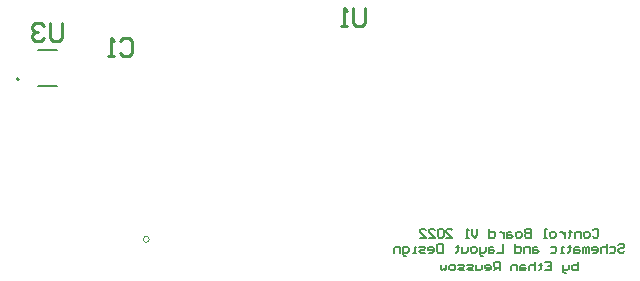
<source format=gbo>
G04*
G04 #@! TF.GenerationSoftware,Altium Limited,Altium Designer,21.6.4 (81)*
G04*
G04 Layer_Color=32896*
%FSLAX25Y25*%
%MOIN*%
G70*
G04*
G04 #@! TF.SameCoordinates,E723B31F-DAC3-422C-9DD4-3D6A13DCE0CD*
G04*
G04*
G04 #@! TF.FilePolarity,Positive*
G04*
G01*
G75*
%ADD11C,0.00787*%
%ADD12C,0.00500*%
%ADD15C,0.01000*%
%ADD35C,0.00000*%
%ADD36C,0.00591*%
D11*
X40536Y65314D02*
G03*
X40536Y65314I-394J0D01*
G01*
D12*
X46835Y62913D02*
X53134D01*
X46835Y75196D02*
X53134D01*
D15*
X54998Y83999D02*
Y79001D01*
X53999Y78001D01*
X51999D01*
X51000Y79001D01*
Y83999D01*
X49000Y82999D02*
X48001Y83999D01*
X46001D01*
X45002Y82999D01*
Y82000D01*
X46001Y81000D01*
X47001D01*
X46001D01*
X45002Y80000D01*
Y79001D01*
X46001Y78001D01*
X48001D01*
X49000Y79001D01*
X155999Y88999D02*
Y84001D01*
X154999Y83001D01*
X153000D01*
X152000Y84001D01*
Y88999D01*
X150001Y83001D02*
X148001D01*
X149001D01*
Y88999D01*
X150001Y87999D01*
X74428Y78114D02*
X75428Y79114D01*
X77427D01*
X78427Y78114D01*
Y74115D01*
X77427Y73116D01*
X75428D01*
X74428Y74115D01*
X72429Y73116D02*
X70429D01*
X71429D01*
Y79114D01*
X72429Y78114D01*
D35*
X84019Y11934D02*
G03*
X84019Y11934I-1000J0D01*
G01*
D36*
X231796Y14927D02*
X232288Y15419D01*
X233272D01*
X233764Y14927D01*
Y12959D01*
X233272Y12467D01*
X232288D01*
X231796Y12959D01*
X230320Y12467D02*
X229336D01*
X228844Y12959D01*
Y13943D01*
X229336Y14435D01*
X230320D01*
X230812Y13943D01*
Y12959D01*
X230320Y12467D01*
X227860D02*
Y14435D01*
X226384D01*
X225892Y13943D01*
Y12467D01*
X224417Y14927D02*
Y14435D01*
X224909D01*
X223925D01*
X224417D01*
Y12959D01*
X223925Y12467D01*
X222449Y14435D02*
Y12467D01*
Y13451D01*
X221957Y13943D01*
X221465Y14435D01*
X220973D01*
X219005Y12467D02*
X218021D01*
X217529Y12959D01*
Y13943D01*
X218021Y14435D01*
X219005D01*
X219497Y13943D01*
Y12959D01*
X219005Y12467D01*
X216545D02*
X215561D01*
X216053D01*
Y15419D01*
X216545D01*
X211134D02*
Y12467D01*
X209658D01*
X209166Y12959D01*
Y13451D01*
X209658Y13943D01*
X211134D01*
X209658D01*
X209166Y14435D01*
Y14927D01*
X209658Y15419D01*
X211134D01*
X207690Y12467D02*
X206706D01*
X206214Y12959D01*
Y13943D01*
X206706Y14435D01*
X207690D01*
X208182Y13943D01*
Y12959D01*
X207690Y12467D01*
X204738Y14435D02*
X203754D01*
X203262Y13943D01*
Y12467D01*
X204738D01*
X205230Y12959D01*
X204738Y13451D01*
X203262D01*
X202278Y14435D02*
Y12467D01*
Y13451D01*
X201786Y13943D01*
X201294Y14435D01*
X200802D01*
X197358Y15419D02*
Y12467D01*
X198834D01*
X199326Y12959D01*
Y13943D01*
X198834Y14435D01*
X197358D01*
X193423Y15419D02*
Y13451D01*
X192439Y12467D01*
X191455Y13451D01*
Y15419D01*
X190471Y12467D02*
X189487D01*
X189979D01*
Y15419D01*
X190471Y14927D01*
X183091Y12467D02*
X185059D01*
X183091Y14435D01*
Y14927D01*
X183583Y15419D01*
X184567D01*
X185059Y14927D01*
X182107D02*
X181615Y15419D01*
X180632D01*
X180140Y14927D01*
Y12959D01*
X180632Y12467D01*
X181615D01*
X182107Y12959D01*
Y14927D01*
X177188Y12467D02*
X179156D01*
X177188Y14435D01*
Y14927D01*
X177680Y15419D01*
X178664D01*
X179156Y14927D01*
X174236Y12467D02*
X176204D01*
X174236Y14435D01*
Y14927D01*
X174728Y15419D01*
X175712D01*
X176204Y14927D01*
X240406Y9968D02*
X240897Y10460D01*
X241881D01*
X242373Y9968D01*
Y9476D01*
X241881Y8984D01*
X240897D01*
X240406Y8492D01*
Y8000D01*
X240897Y7508D01*
X241881D01*
X242373Y8000D01*
X237454Y9476D02*
X238930D01*
X239422Y8984D01*
Y8000D01*
X238930Y7508D01*
X237454D01*
X236470Y10460D02*
Y7508D01*
Y8984D01*
X235978Y9476D01*
X234994D01*
X234502Y8984D01*
Y7508D01*
X232042D02*
X233026D01*
X233518Y8000D01*
Y8984D01*
X233026Y9476D01*
X232042D01*
X231550Y8984D01*
Y8492D01*
X233518D01*
X230566Y7508D02*
Y9476D01*
X230074D01*
X229582Y8984D01*
Y7508D01*
Y8984D01*
X229090Y9476D01*
X228598Y8984D01*
Y7508D01*
X227122Y9476D02*
X226138D01*
X225646Y8984D01*
Y7508D01*
X227122D01*
X227614Y8000D01*
X227122Y8492D01*
X225646D01*
X224171Y9968D02*
Y9476D01*
X224663D01*
X223679D01*
X224171D01*
Y8000D01*
X223679Y7508D01*
X222203D02*
X221219D01*
X221711D01*
Y9476D01*
X222203D01*
X217775D02*
X219251D01*
X219743Y8984D01*
Y8000D01*
X219251Y7508D01*
X217775D01*
X213347Y9476D02*
X212363D01*
X211872Y8984D01*
Y7508D01*
X213347D01*
X213839Y8000D01*
X213347Y8492D01*
X211872D01*
X210888Y7508D02*
Y9476D01*
X209412D01*
X208920Y8984D01*
Y7508D01*
X205968Y10460D02*
Y7508D01*
X207444D01*
X207936Y8000D01*
Y8984D01*
X207444Y9476D01*
X205968D01*
X202032Y10460D02*
Y7508D01*
X200064D01*
X198588Y9476D02*
X197604D01*
X197113Y8984D01*
Y7508D01*
X198588D01*
X199080Y8000D01*
X198588Y8492D01*
X197113D01*
X196128Y9476D02*
Y8000D01*
X195637Y7508D01*
X194161D01*
Y7016D01*
X194653Y6524D01*
X195145D01*
X194161Y7508D02*
Y9476D01*
X192685Y7508D02*
X191701D01*
X191209Y8000D01*
Y8984D01*
X191701Y9476D01*
X192685D01*
X193177Y8984D01*
Y8000D01*
X192685Y7508D01*
X190225Y9476D02*
Y8000D01*
X189733Y7508D01*
X188257D01*
Y9476D01*
X186781Y9968D02*
Y9476D01*
X187273D01*
X186289D01*
X186781D01*
Y8000D01*
X186289Y7508D01*
X181861Y10460D02*
Y7508D01*
X180386D01*
X179894Y8000D01*
Y9968D01*
X180386Y10460D01*
X181861D01*
X177434Y7508D02*
X178418D01*
X178910Y8000D01*
Y8984D01*
X178418Y9476D01*
X177434D01*
X176942Y8984D01*
Y8492D01*
X178910D01*
X175958Y7508D02*
X174482D01*
X173990Y8000D01*
X174482Y8492D01*
X175466D01*
X175958Y8984D01*
X175466Y9476D01*
X173990D01*
X173006Y7508D02*
X172022D01*
X172514D01*
Y9476D01*
X173006D01*
X169562Y6524D02*
X169070D01*
X168578Y7016D01*
Y9476D01*
X170054D01*
X170546Y8984D01*
Y8000D01*
X170054Y7508D01*
X168578D01*
X167595D02*
Y9476D01*
X166119D01*
X165627Y8984D01*
Y7508D01*
X226876Y4516D02*
Y1565D01*
X225400D01*
X224909Y2057D01*
Y2549D01*
Y3041D01*
X225400Y3532D01*
X226876D01*
X223925D02*
Y2057D01*
X223433Y1565D01*
X221957D01*
Y1073D01*
X222449Y581D01*
X222941D01*
X221957Y1565D02*
Y3532D01*
X216053Y4516D02*
X218021D01*
Y1565D01*
X216053D01*
X218021Y3041D02*
X217037D01*
X214577Y4025D02*
Y3532D01*
X215069D01*
X214085D01*
X214577D01*
Y2057D01*
X214085Y1565D01*
X212609Y4516D02*
Y1565D01*
Y3041D01*
X212117Y3532D01*
X211134D01*
X210642Y3041D01*
Y1565D01*
X209166Y3532D02*
X208182D01*
X207690Y3041D01*
Y1565D01*
X209166D01*
X209658Y2057D01*
X209166Y2549D01*
X207690D01*
X206706Y1565D02*
Y3532D01*
X205230D01*
X204738Y3041D01*
Y1565D01*
X200802D02*
Y4516D01*
X199326D01*
X198834Y4025D01*
Y3041D01*
X199326Y2549D01*
X200802D01*
X199818D02*
X198834Y1565D01*
X196374D02*
X197358D01*
X197850Y2057D01*
Y3041D01*
X197358Y3532D01*
X196374D01*
X195882Y3041D01*
Y2549D01*
X197850D01*
X194899Y3532D02*
Y2057D01*
X194407Y1565D01*
X192931D01*
Y3532D01*
X191947Y1565D02*
X190471D01*
X189979Y2057D01*
X190471Y2549D01*
X191455D01*
X191947Y3041D01*
X191455Y3532D01*
X189979D01*
X188995Y1565D02*
X187519D01*
X187027Y2057D01*
X187519Y2549D01*
X188503D01*
X188995Y3041D01*
X188503Y3532D01*
X187027D01*
X185551Y1565D02*
X184567D01*
X184075Y2057D01*
Y3041D01*
X184567Y3532D01*
X185551D01*
X186043Y3041D01*
Y2057D01*
X185551Y1565D01*
X183091Y3532D02*
Y2057D01*
X182599Y1565D01*
X182107Y2057D01*
X181615Y1565D01*
X181124Y2057D01*
Y3532D01*
M02*

</source>
